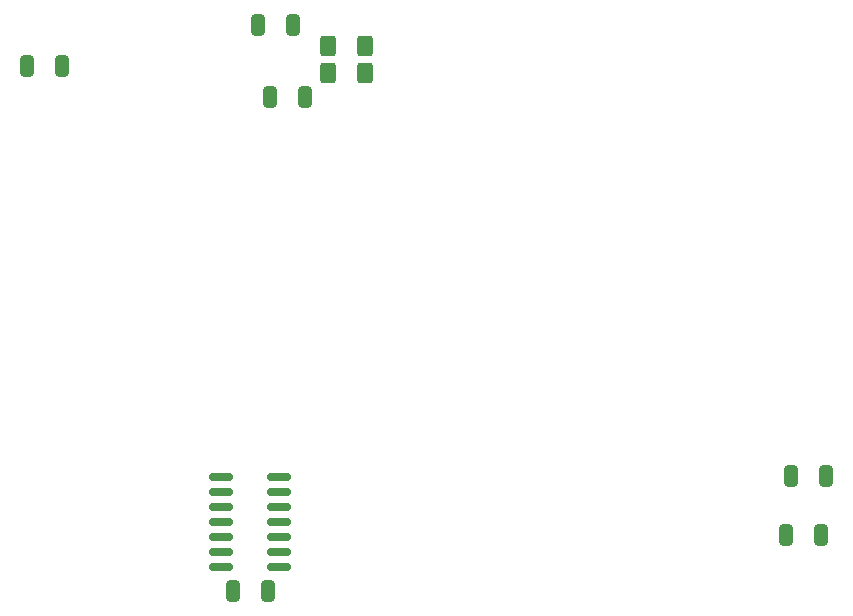
<source format=gbr>
%TF.GenerationSoftware,KiCad,Pcbnew,8.0.7-8.0.7-0~ubuntu22.04.1*%
%TF.CreationDate,2024-12-21T14:21:34+01:00*%
%TF.ProjectId,MMU_v1,4d4d555f-7631-42e6-9b69-6361645f7063,rev?*%
%TF.SameCoordinates,Original*%
%TF.FileFunction,Paste,Bot*%
%TF.FilePolarity,Positive*%
%FSLAX46Y46*%
G04 Gerber Fmt 4.6, Leading zero omitted, Abs format (unit mm)*
G04 Created by KiCad (PCBNEW 8.0.7-8.0.7-0~ubuntu22.04.1) date 2024-12-21 14:21:34*
%MOMM*%
%LPD*%
G01*
G04 APERTURE LIST*
G04 Aperture macros list*
%AMRoundRect*
0 Rectangle with rounded corners*
0 $1 Rounding radius*
0 $2 $3 $4 $5 $6 $7 $8 $9 X,Y pos of 4 corners*
0 Add a 4 corners polygon primitive as box body*
4,1,4,$2,$3,$4,$5,$6,$7,$8,$9,$2,$3,0*
0 Add four circle primitives for the rounded corners*
1,1,$1+$1,$2,$3*
1,1,$1+$1,$4,$5*
1,1,$1+$1,$6,$7*
1,1,$1+$1,$8,$9*
0 Add four rect primitives between the rounded corners*
20,1,$1+$1,$2,$3,$4,$5,0*
20,1,$1+$1,$4,$5,$6,$7,0*
20,1,$1+$1,$6,$7,$8,$9,0*
20,1,$1+$1,$8,$9,$2,$3,0*%
G04 Aperture macros list end*
%ADD10RoundRect,0.250000X-0.325000X-0.650000X0.325000X-0.650000X0.325000X0.650000X-0.325000X0.650000X0*%
%ADD11RoundRect,0.250000X0.325000X0.650000X-0.325000X0.650000X-0.325000X-0.650000X0.325000X-0.650000X0*%
%ADD12RoundRect,0.150000X-0.825000X-0.150000X0.825000X-0.150000X0.825000X0.150000X-0.825000X0.150000X0*%
%ADD13RoundRect,0.250000X-0.400000X-0.625000X0.400000X-0.625000X0.400000X0.625000X-0.400000X0.625000X0*%
G04 APERTURE END LIST*
D10*
%TO.C,C3*%
X53000000Y-78143000D03*
X55950000Y-78143000D03*
%TD*%
D11*
%TO.C,C1*%
X75479000Y-74714000D03*
X72529000Y-74714000D03*
%TD*%
%TO.C,C2*%
X76495000Y-80810000D03*
X73545000Y-80810000D03*
%TD*%
D10*
%TO.C,C9*%
X117686663Y-112877654D03*
X120636663Y-112877654D03*
%TD*%
D11*
%TO.C,C10*%
X120226663Y-117846154D03*
X117276663Y-117846154D03*
%TD*%
D12*
%TO.C,U3*%
X69383000Y-120561000D03*
X69383000Y-119291000D03*
X69383000Y-118021000D03*
X69383000Y-116751000D03*
X69383000Y-115481000D03*
X69383000Y-114211000D03*
X69383000Y-112941000D03*
X74333000Y-112941000D03*
X74333000Y-114211000D03*
X74333000Y-115481000D03*
X74333000Y-116751000D03*
X74333000Y-118021000D03*
X74333000Y-119291000D03*
X74333000Y-120561000D03*
%TD*%
D13*
%TO.C,R6*%
X78501000Y-78778000D03*
X81601000Y-78778000D03*
%TD*%
D11*
%TO.C,C4*%
X73411000Y-122593000D03*
X70461000Y-122593000D03*
%TD*%
D13*
%TO.C,R7*%
X78501000Y-76492000D03*
X81601000Y-76492000D03*
%TD*%
M02*

</source>
